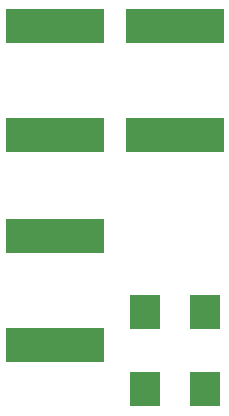
<source format=gtp>
G75*
%MOIN*%
%OFA0B0*%
%FSLAX25Y25*%
%IPPOS*%
%LPD*%
%AMOC8*
5,1,8,0,0,1.08239X$1,22.5*
%
%ADD10R,0.09843X0.11417*%
%ADD11R,0.32874X0.11220*%
D10*
X0164342Y0197138D03*
X0164342Y0222728D03*
X0184342Y0222728D03*
X0184342Y0197138D03*
D11*
X0134342Y0211823D03*
X0134342Y0248043D03*
X0134342Y0281823D03*
X0134342Y0318043D03*
X0174342Y0318043D03*
X0174342Y0281823D03*
M02*

</source>
